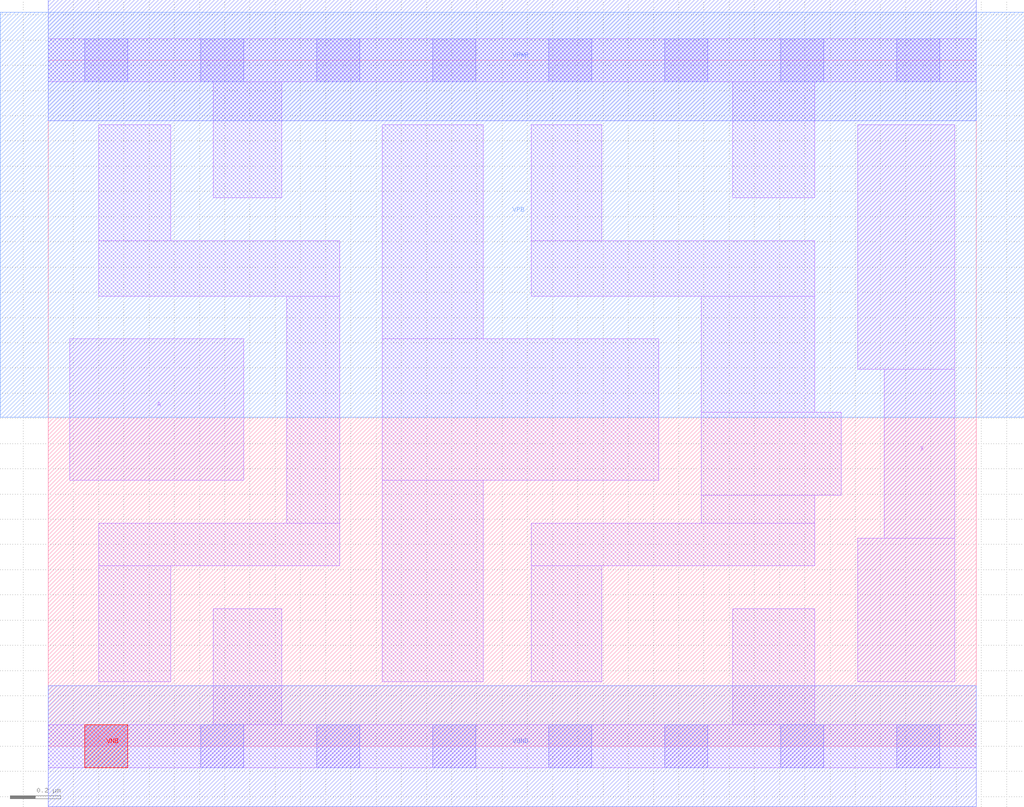
<source format=lef>
# Copyright 2020 The SkyWater PDK Authors
#
# Licensed under the Apache License, Version 2.0 (the "License");
# you may not use this file except in compliance with the License.
# You may obtain a copy of the License at
#
#     https://www.apache.org/licenses/LICENSE-2.0
#
# Unless required by applicable law or agreed to in writing, software
# distributed under the License is distributed on an "AS IS" BASIS,
# WITHOUT WARRANTIES OR CONDITIONS OF ANY KIND, either express or implied.
# See the License for the specific language governing permissions and
# limitations under the License.
#
# SPDX-License-Identifier: Apache-2.0

VERSION 5.7 ;
  NOWIREEXTENSIONATPIN ON ;
  DIVIDERCHAR "/" ;
  BUSBITCHARS "[]" ;
MACRO sky130_fd_sc_hd__dlygate4sd3_1
  CLASS CORE ;
  FOREIGN sky130_fd_sc_hd__dlygate4sd3_1 ;
  ORIGIN  0.000000  0.000000 ;
  SIZE  3.680000 BY  2.720000 ;
  SYMMETRY X Y R90 ;
  SITE unithd ;
  PIN A
    ANTENNAGATEAREA  0.126000 ;
    DIRECTION INPUT ;
    USE SIGNAL ;
    PORT
      LAYER li1 ;
        RECT 0.085000 1.055000 0.775000 1.615000 ;
    END
  END A
  PIN X
    ANTENNADIFFAREA  0.429000 ;
    DIRECTION OUTPUT ;
    USE SIGNAL ;
    PORT
      LAYER li1 ;
        RECT 3.210000 0.255000 3.595000 0.825000 ;
        RECT 3.210000 1.495000 3.595000 2.465000 ;
        RECT 3.315000 0.825000 3.595000 1.495000 ;
    END
  END X
  PIN VGND
    DIRECTION INOUT ;
    SHAPE ABUTMENT ;
    USE GROUND ;
    PORT
      LAYER met1 ;
        RECT 0.000000 -0.240000 3.680000 0.240000 ;
    END
  END VGND
  PIN VNB
    DIRECTION INOUT ;
    USE GROUND ;
    PORT
      LAYER pwell ;
        RECT 0.145000 -0.085000 0.315000 0.085000 ;
    END
  END VNB
  PIN VPB
    DIRECTION INOUT ;
    USE POWER ;
    PORT
      LAYER nwell ;
        RECT -0.190000 1.305000 3.870000 2.910000 ;
    END
  END VPB
  PIN VPWR
    DIRECTION INOUT ;
    SHAPE ABUTMENT ;
    USE POWER ;
    PORT
      LAYER met1 ;
        RECT 0.000000 2.480000 3.680000 2.960000 ;
    END
  END VPWR
  OBS
    LAYER li1 ;
      RECT 0.000000 -0.085000 3.680000 0.085000 ;
      RECT 0.000000  2.635000 3.680000 2.805000 ;
      RECT 0.200000  0.255000 0.485000 0.715000 ;
      RECT 0.200000  0.715000 1.155000 0.885000 ;
      RECT 0.200000  1.785000 1.155000 2.005000 ;
      RECT 0.200000  2.005000 0.485000 2.465000 ;
      RECT 0.655000  0.085000 0.925000 0.545000 ;
      RECT 0.655000  2.175000 0.925000 2.635000 ;
      RECT 0.945000  0.885000 1.155000 1.785000 ;
      RECT 1.325000  0.255000 1.725000 1.055000 ;
      RECT 1.325000  1.055000 2.420000 1.615000 ;
      RECT 1.325000  1.615000 1.725000 2.465000 ;
      RECT 1.915000  0.255000 2.195000 0.715000 ;
      RECT 1.915000  0.715000 3.040000 0.885000 ;
      RECT 1.915000  1.785000 3.040000 2.005000 ;
      RECT 1.915000  2.005000 2.195000 2.465000 ;
      RECT 2.590000  0.885000 3.040000 0.995000 ;
      RECT 2.590000  0.995000 3.145000 1.325000 ;
      RECT 2.590000  1.325000 3.040000 1.785000 ;
      RECT 2.715000  0.085000 3.040000 0.545000 ;
      RECT 2.715000  2.175000 3.040000 2.635000 ;
    LAYER mcon ;
      RECT 0.145000 -0.085000 0.315000 0.085000 ;
      RECT 0.145000  2.635000 0.315000 2.805000 ;
      RECT 0.605000 -0.085000 0.775000 0.085000 ;
      RECT 0.605000  2.635000 0.775000 2.805000 ;
      RECT 1.065000 -0.085000 1.235000 0.085000 ;
      RECT 1.065000  2.635000 1.235000 2.805000 ;
      RECT 1.525000 -0.085000 1.695000 0.085000 ;
      RECT 1.525000  2.635000 1.695000 2.805000 ;
      RECT 1.985000 -0.085000 2.155000 0.085000 ;
      RECT 1.985000  2.635000 2.155000 2.805000 ;
      RECT 2.445000 -0.085000 2.615000 0.085000 ;
      RECT 2.445000  2.635000 2.615000 2.805000 ;
      RECT 2.905000 -0.085000 3.075000 0.085000 ;
      RECT 2.905000  2.635000 3.075000 2.805000 ;
      RECT 3.365000 -0.085000 3.535000 0.085000 ;
      RECT 3.365000  2.635000 3.535000 2.805000 ;
  END
END sky130_fd_sc_hd__dlygate4sd3_1
END LIBRARY

</source>
